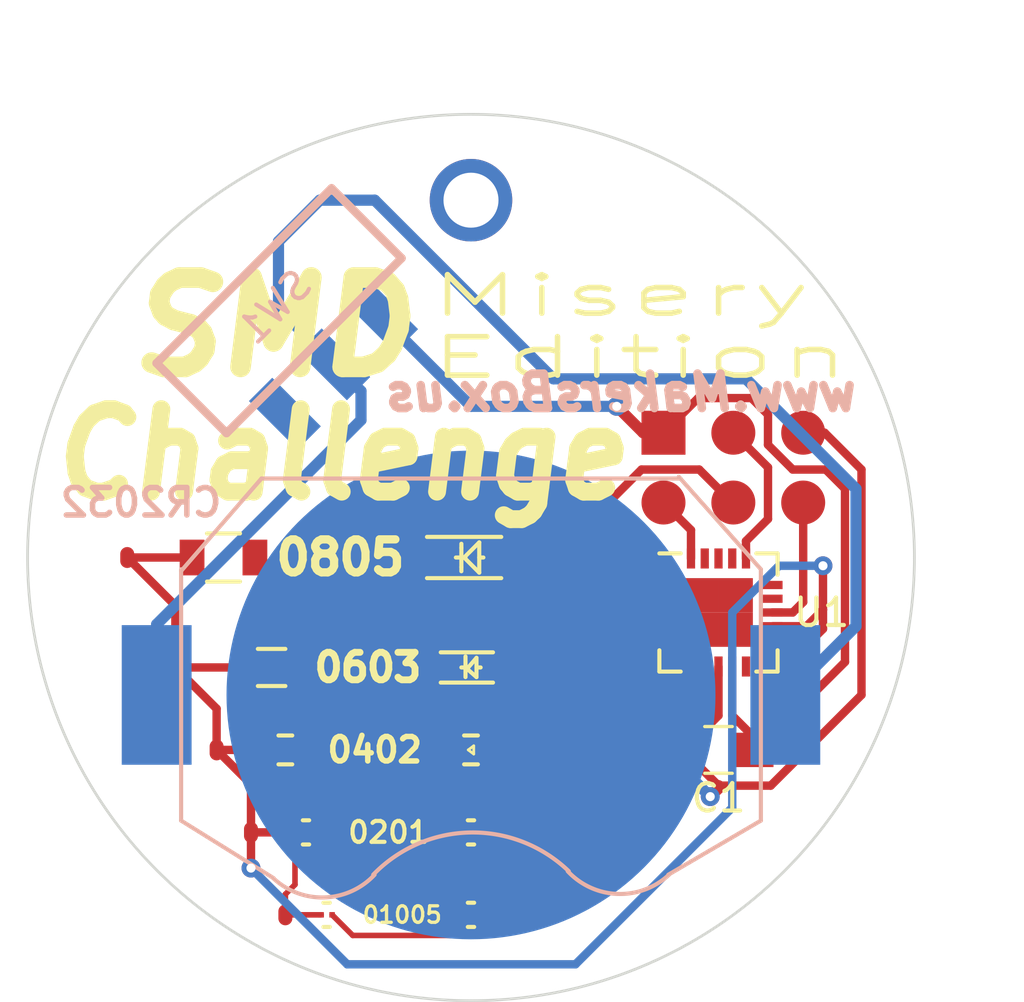
<source format=kicad_pcb>
(kicad_pcb (version 4) (host pcbnew 4.0.7)

  (general
    (links 38)
    (no_connects 0)
    (area 145.692999 72.814347 182.947001 109.424516)
    (thickness 1.6)
    (drawings 15)
    (tracks 134)
    (zones 0)
    (modules 26)
    (nets 22)
  )

  (page USLetter)
  (layers
    (0 F.Cu signal)
    (31 B.Cu signal)
    (34 B.Paste user)
    (35 F.Paste user)
    (36 B.SilkS user)
    (37 F.SilkS user)
    (38 B.Mask user)
    (39 F.Mask user)
    (40 Dwgs.User user)
    (44 Edge.Cuts user)
  )

  (setup
    (last_trace_width 0.1524)
    (user_trace_width 0.2032)
    (user_trace_width 0.254)
    (user_trace_width 0.3048)
    (user_trace_width 0.4064)
    (user_trace_width 0.6096)
    (user_trace_width 2.032)
    (trace_clearance 0.1524)
    (zone_clearance 0.508)
    (zone_45_only no)
    (trace_min 0.1524)
    (segment_width 0.254)
    (edge_width 0.1)
    (via_size 0.6858)
    (via_drill 0.3302)
    (via_min_size 0.6858)
    (via_min_drill 0.3302)
    (user_via 1 0.5)
    (uvia_size 0.762)
    (uvia_drill 0.508)
    (uvias_allowed no)
    (uvia_min_size 0.508)
    (uvia_min_drill 0.127)
    (pcb_text_width 0.3)
    (pcb_text_size 1.5 1.5)
    (mod_edge_width 0.15)
    (mod_text_size 1 1)
    (mod_text_width 0.15)
    (pad_size 3 3)
    (pad_drill 2)
    (pad_to_mask_clearance 0)
    (aux_axis_origin 0 0)
    (grid_origin 210.82 95.25)
    (visible_elements 7FFFFFFF)
    (pcbplotparams
      (layerselection 0x010f0_80000000)
      (usegerberextensions true)
      (excludeedgelayer true)
      (linewidth 0.100000)
      (plotframeref false)
      (viasonmask false)
      (mode 1)
      (useauxorigin false)
      (hpglpennumber 1)
      (hpglpenspeed 20)
      (hpglpendiameter 15)
      (hpglpenoverlay 2)
      (psnegative false)
      (psa4output false)
      (plotreference true)
      (plotvalue true)
      (plotinvisibletext false)
      (padsonsilk false)
      (subtractmaskfromsilk false)
      (outputformat 1)
      (mirror false)
      (drillshape 0)
      (scaleselection 1)
      (outputdirectory gerbers/))
  )

  (net 0 "")
  (net 1 GND)
  (net 2 +BATT)
  (net 3 "Net-(CON1-Pad1)")
  (net 4 "Net-(CON1-Pad3)")
  (net 5 "Net-(CON1-Pad4)")
  (net 6 "Net-(CON1-Pad5)")
  (net 7 "Net-(D1-Pad1)")
  (net 8 "Net-(D2-Pad1)")
  (net 9 "Net-(D3-Pad1)")
  (net 10 "Net-(D0-Pad1)")
  (net 11 "Net-(D3-Pad2)")
  (net 12 "Net-(D4-Pad2)")
  (net 13 "Net-(D4-Pad1)")
  (net 14 "Net-(P5-Pad1)")
  (net 15 "Net-(PG0-Pad1)")
  (net 16 "Net-(U1-Pad14)")
  (net 17 "Net-(U1-Pad15)")
  (net 18 "Net-(D1-Pad2)")
  (net 19 "Net-(D2-Pad2)")
  (net 20 "Net-(BT1-Pad1)")
  (net 21 "Net-(SW1-Pad1)")

  (net_class Default "This is the default net class."
    (clearance 0.1524)
    (trace_width 0.1524)
    (via_dia 0.6858)
    (via_drill 0.3302)
    (uvia_dia 0.762)
    (uvia_drill 0.508)
    (add_net +BATT)
    (add_net GND)
    (add_net "Net-(BT1-Pad1)")
    (add_net "Net-(CON1-Pad1)")
    (add_net "Net-(CON1-Pad3)")
    (add_net "Net-(CON1-Pad4)")
    (add_net "Net-(CON1-Pad5)")
    (add_net "Net-(D0-Pad1)")
    (add_net "Net-(D1-Pad1)")
    (add_net "Net-(D1-Pad2)")
    (add_net "Net-(D2-Pad1)")
    (add_net "Net-(D2-Pad2)")
    (add_net "Net-(D3-Pad1)")
    (add_net "Net-(D3-Pad2)")
    (add_net "Net-(D4-Pad1)")
    (add_net "Net-(D4-Pad2)")
    (add_net "Net-(P5-Pad1)")
    (add_net "Net-(PG0-Pad1)")
    (add_net "Net-(SW1-Pad1)")
    (add_net "Net-(U1-Pad14)")
    (add_net "Net-(U1-Pad15)")
  )

  (module footprints:BATT_CR2032_SMD (layer B.Cu) (tedit 56CFB5D2) (tstamp 5A2CB063)
    (at 162.82 98.25 180)
    (tags battery)
    (path /56CFA61E)
    (fp_text reference BT1 (at 0 -5.08 180) (layer B.SilkS) hide
      (effects (font (size 1.72974 1.08712) (thickness 0.27178)) (justify mirror))
    )
    (fp_text value Battery (at 0 2.54 180) (layer B.SilkS) hide
      (effects (font (size 1.524 1.016) (thickness 0.254)) (justify mirror))
    )
    (fp_line (start -7.1755 -6.5405) (end -10.541 -4.572) (layer B.SilkS) (width 0.15))
    (fp_line (start 7.1755 -6.6675) (end 10.541 -4.572) (layer B.SilkS) (width 0.15))
    (fp_arc (start -5.4229 -4.6355) (end -3.5179 -6.4135) (angle -90) (layer B.SilkS) (width 0.15))
    (fp_arc (start 5.4102 -4.7625) (end 7.1882 -6.6675) (angle -90) (layer B.SilkS) (width 0.15))
    (fp_arc (start -0.0635 -10.033) (end -3.556 -6.4135) (angle -90) (layer B.SilkS) (width 0.15))
    (fp_line (start 7.62 7.874) (end 10.541 4.5085) (layer B.SilkS) (width 0.15))
    (fp_line (start -10.541 4.572) (end -7.5565 7.9375) (layer B.SilkS) (width 0.15))
    (fp_line (start -7.62 7.874) (end 7.62 7.874) (layer B.SilkS) (width 0.15))
    (fp_line (start -10.541 -4.572) (end -10.541 4.572) (layer B.SilkS) (width 0.15))
    (fp_line (start 10.541 -4.572) (end 10.541 4.572) (layer B.SilkS) (width 0.15))
    (fp_circle (center 0 0) (end -10.16 0) (layer Dwgs.User) (width 0.15))
    (pad 2 smd circle (at 0 0 180) (size 17.78 17.78) (layers B.Cu B.Paste B.Mask)
      (net 1 GND))
    (pad 1 smd rect (at -11.43 0 180) (size 2.54 5.08) (layers B.Cu B.Paste B.Mask)
      (net 20 "Net-(BT1-Pad1)"))
    (pad 1 smd rect (at 11.43 0 180) (size 2.54 5.08) (layers B.Cu B.Paste B.Mask)
      (net 20 "Net-(BT1-Pad1)"))
  )

  (module footprints:AVR-ISP-6 (layer F.Cu) (tedit 5860A6AE) (tstamp 5A2CB07F)
    (at 169.82 91.25 90)
    (descr "6-lead dip package, row spacing 7.62 mm (300 mils)")
    (tags "dil dip 2.54 300")
    (path /58609061)
    (fp_text reference CON1 (at 0 -2.54 90) (layer F.SilkS) hide
      (effects (font (size 1 1) (thickness 0.15)))
    )
    (fp_text value AVR-ISP-6 (at 0 -3.72 90) (layer F.Fab) hide
      (effects (font (size 1 1) (thickness 0.15)))
    )
    (pad 1 smd oval (at 0 0 90) (size 1.6 1.6) (layers F.Cu F.Paste F.Mask)
      (net 3 "Net-(CON1-Pad1)"))
    (pad 2 smd rect (at 2.54 0 90) (size 1.6 1.6) (layers F.Cu F.Paste F.Mask)
      (net 2 +BATT))
    (pad 3 smd oval (at 0 2.54 90) (size 1.6 1.6) (layers F.Cu F.Paste F.Mask)
      (net 4 "Net-(CON1-Pad3)"))
    (pad 4 smd oval (at 2.54 2.54 90) (size 1.6 1.6) (layers F.Cu F.Paste F.Mask)
      (net 5 "Net-(CON1-Pad4)"))
    (pad 5 smd oval (at 0 5.08 90) (size 1.6 1.6) (layers F.Cu F.Paste F.Mask)
      (net 6 "Net-(CON1-Pad5)"))
    (pad 6 smd oval (at 2.54 5.08 90) (size 1.6 1.6) (layers F.Cu F.Paste F.Mask)
      (net 1 GND))
  )

  (module footprints:testPad (layer F.Cu) (tedit 5A71576D) (tstamp 5A2CB100)
    (at 165.82 93.25)
    (descr "module 1 pin (ou trou mecanique de percage)")
    (tags DEV)
    (path /5902B2A3)
    (fp_text reference P0 (at -1.27 0.175) (layer F.SilkS) hide
      (effects (font (size 0.635 0.635) (thickness 0.127)))
    )
    (fp_text value CONN_01X01 (at 0 0) (layer F.Fab)
      (effects (font (size 0.127 0.127) (thickness 0.03175)))
    )
    (pad 1 smd oval (at 0 0) (size 0.508 0.762) (layers F.Cu F.Paste F.Mask)
      (net 4 "Net-(CON1-Pad3)"))
  )

  (module footprints:testPad (layer F.Cu) (tedit 5902BD57) (tstamp 5A2CB104)
    (at 165.82 97.25)
    (descr "module 1 pin (ou trou mecanique de percage)")
    (tags DEV)
    (path /5902B324)
    (fp_text reference P1 (at -0.0635 0) (layer F.SilkS) hide
      (effects (font (size 0.635 0.635) (thickness 0.127)))
    )
    (fp_text value CONN_01X01 (at 0 0) (layer F.Fab)
      (effects (font (size 0.127 0.127) (thickness 0.03175)))
    )
    (pad 1 smd oval (at 0 0) (size 0.508 0.762) (layers F.Cu F.Paste F.Mask)
      (net 18 "Net-(D1-Pad2)"))
  )

  (module footprints:testPad (layer F.Cu) (tedit 5A715F16) (tstamp 5A2CB108)
    (at 165.57 100.25)
    (descr "module 1 pin (ou trou mecanique de percage)")
    (tags DEV)
    (path /5902B382)
    (fp_text reference P2 (at -0.25 0) (layer F.SilkS) hide
      (effects (font (size 0.635 0.635) (thickness 0.127)))
    )
    (fp_text value CONN_01X01 (at 0 0) (layer F.Fab)
      (effects (font (size 0.127 0.127) (thickness 0.03175)))
    )
    (pad 1 smd oval (at 0 0) (size 0.508 0.762) (layers F.Cu F.Paste F.Mask)
      (net 19 "Net-(D2-Pad2)"))
  )

  (module footprints:testPad (layer F.Cu) (tedit 5A71575C) (tstamp 5A2CB10C)
    (at 165.32 103.25)
    (descr "module 1 pin (ou trou mecanique de percage)")
    (tags DEV)
    (path /5902B3ED)
    (fp_text reference P3 (at 0 0.65) (layer F.SilkS) hide
      (effects (font (size 0.635 0.635) (thickness 0.127)))
    )
    (fp_text value CONN_01X01 (at 0 0) (layer F.Fab)
      (effects (font (size 0.127 0.127) (thickness 0.03175)))
    )
    (pad 1 smd oval (at 0 0) (size 0.508 0.762) (layers F.Cu F.Paste F.Mask)
      (net 11 "Net-(D3-Pad2)"))
  )

  (module footprints:testPad (layer F.Cu) (tedit 5902BD57) (tstamp 5A2CB110)
    (at 165.07 106.25)
    (descr "module 1 pin (ou trou mecanique de percage)")
    (tags DEV)
    (path /5902B44F)
    (fp_text reference P4 (at -0.0635 0) (layer F.SilkS) hide
      (effects (font (size 0.635 0.635) (thickness 0.127)))
    )
    (fp_text value CONN_01X01 (at 0 0) (layer F.Fab)
      (effects (font (size 0.127 0.127) (thickness 0.03175)))
    )
    (pad 1 smd oval (at 0 0) (size 0.508 0.762) (layers F.Cu F.Paste F.Mask)
      (net 12 "Net-(D4-Pad2)"))
  )

  (module footprints:testPad (layer F.Cu) (tedit 5902BD57) (tstamp 5A2CB114)
    (at 150.32 93.25)
    (descr "module 1 pin (ou trou mecanique de percage)")
    (tags DEV)
    (path /5902AF42)
    (fp_text reference PG0 (at -0.0635 0) (layer F.SilkS) hide
      (effects (font (size 0.635 0.635) (thickness 0.127)))
    )
    (fp_text value CONN_01X01 (at 0 0) (layer F.Fab)
      (effects (font (size 0.127 0.127) (thickness 0.03175)))
    )
    (pad 1 smd oval (at 0 0) (size 0.508 0.762) (layers F.Cu F.Paste F.Mask)
      (net 15 "Net-(PG0-Pad1)"))
  )

  (module footprints:testPad (layer F.Cu) (tedit 5A715734) (tstamp 5A2CB118)
    (at 152.07 97.25)
    (descr "module 1 pin (ou trou mecanique de percage)")
    (tags DEV)
    (path /5902AFA3)
    (fp_text reference PG1 (at 2 0) (layer F.SilkS) hide
      (effects (font (size 0.635 0.635) (thickness 0.127)))
    )
    (fp_text value CONN_01X01 (at 0 0) (layer F.Fab)
      (effects (font (size 0.127 0.127) (thickness 0.03175)))
    )
    (pad 1 smd oval (at 0 0) (size 0.508 0.762) (layers F.Cu F.Paste F.Mask)
      (net 15 "Net-(PG0-Pad1)"))
  )

  (module footprints:testPad (layer F.Cu) (tedit 5A715739) (tstamp 5A2CB11C)
    (at 153.57 100.25)
    (descr "module 1 pin (ou trou mecanique de percage)")
    (tags DEV)
    (path /5902AFF0)
    (fp_text reference PG2 (at -1.078 0.19) (layer F.SilkS) hide
      (effects (font (size 0.635 0.635) (thickness 0.127)))
    )
    (fp_text value CONN_01X01 (at 0 0) (layer F.Fab)
      (effects (font (size 0.127 0.127) (thickness 0.03175)))
    )
    (pad 1 smd oval (at 0 0) (size 0.508 0.762) (layers F.Cu F.Paste F.Mask)
      (net 15 "Net-(PG0-Pad1)"))
  )

  (module footprints:testPad (layer F.Cu) (tedit 5902BD57) (tstamp 5A2CB120)
    (at 154.82 103.25)
    (descr "module 1 pin (ou trou mecanique de percage)")
    (tags DEV)
    (path /5902B040)
    (fp_text reference PG3 (at -0.0635 0) (layer F.SilkS) hide
      (effects (font (size 0.635 0.635) (thickness 0.127)))
    )
    (fp_text value CONN_01X01 (at 0 0) (layer F.Fab)
      (effects (font (size 0.127 0.127) (thickness 0.03175)))
    )
    (pad 1 smd oval (at 0 0) (size 0.508 0.762) (layers F.Cu F.Paste F.Mask)
      (net 15 "Net-(PG0-Pad1)"))
  )

  (module footprints:testPad (layer F.Cu) (tedit 5A715723) (tstamp 5A2CB124)
    (at 156.07 106.25)
    (descr "module 1 pin (ou trou mecanique de percage)")
    (tags DEV)
    (path /5902B093)
    (fp_text reference PG4 (at -2.3325 1.745) (layer F.SilkS) hide
      (effects (font (size 0.635 0.635) (thickness 0.127)))
    )
    (fp_text value CONN_01X01 (at 0 0) (layer F.Fab)
      (effects (font (size 0.127 0.127) (thickness 0.03175)))
    )
    (pad 1 smd oval (at 0 0) (size 0.508 0.762) (layers F.Cu F.Paste F.Mask)
      (net 15 "Net-(PG0-Pad1)"))
  )

  (module footprints:Pin_Header_Straight_1x01 (layer F.Cu) (tedit 5A2CB1FD) (tstamp 5A2CB193)
    (at 162.82 80.25)
    (descr "Through hole pin header")
    (tags "pin header")
    (path /5860AE9A)
    (fp_text reference P5 (at -0.6 -0.5) (layer F.SilkS) hide
      (effects (font (size 0.127 0.127) (thickness 0.03175)))
    )
    (fp_text value CONN_01X01 (at 0 0.9) (layer F.Fab)
      (effects (font (size 0.127 0.127) (thickness 0.03175)))
    )
    (pad 1 thru_hole circle (at 0 0) (size 3 3) (drill 2) (layers *.Cu *.Mask)
      (net 14 "Net-(P5-Pad1)"))
  )

  (module footprints:LED-0805 (layer F.Cu) (tedit 5A716011) (tstamp 5A71556D)
    (at 162.82 93.25)
    (descr "LED 0805 smd package")
    (tags "LED 0805 SMD")
    (path /58C49927)
    (attr smd)
    (fp_text reference D0 (at 2.2225 1.4605) (layer F.SilkS) hide
      (effects (font (size 1.2 1.2) (thickness 0.3)))
    )
    (fp_text value LED (at 0 1.75) (layer F.Fab)
      (effects (font (size 1 1) (thickness 0.15)))
    )
    (fp_line (start 0.3 0) (end 0.45 0) (layer F.SilkS) (width 0.15))
    (fp_line (start -0.55 0) (end -0.2 0) (layer F.SilkS) (width 0.15))
    (fp_line (start -0.25 0) (end 0.3 -0.55) (layer F.SilkS) (width 0.15))
    (fp_line (start 0.3 -0.55) (end 0.3 0.55) (layer F.SilkS) (width 0.15))
    (fp_line (start 0.3 0.55) (end -0.25 0) (layer F.SilkS) (width 0.15))
    (fp_line (start -0.35 -0.35) (end -0.35 -0.5) (layer F.SilkS) (width 0.15))
    (fp_line (start -0.35 0.35) (end -0.35 0.5) (layer F.SilkS) (width 0.15))
    (fp_line (start -1.6 0.75) (end 1.1 0.75) (layer F.SilkS) (width 0.15))
    (fp_line (start -1.6 -0.75) (end 1.1 -0.75) (layer F.SilkS) (width 0.15))
    (fp_line (start -0.35 -0.35) (end -0.35 0.35) (layer F.SilkS) (width 0.15))
    (fp_line (start 1.9 -0.95) (end 1.9 0.95) (layer F.CrtYd) (width 0.05))
    (fp_line (start 1.9 0.95) (end -1.9 0.95) (layer F.CrtYd) (width 0.05))
    (fp_line (start -1.9 0.95) (end -1.9 -0.95) (layer F.CrtYd) (width 0.05))
    (fp_line (start -1.9 -0.95) (end 1.9 -0.95) (layer F.CrtYd) (width 0.05))
    (pad 2 smd rect (at 1.143 0 180) (size 1.3 1.19888) (layers F.Cu F.Paste F.Mask)
      (net 4 "Net-(CON1-Pad3)"))
    (pad 1 smd rect (at -1.27 0 180) (size 1.3 1.19888) (layers F.Cu F.Paste F.Mask)
      (net 10 "Net-(D0-Pad1)"))
    (model LEDs.3dshapes/LED-0805.wrl
      (at (xyz 0 0 0))
      (scale (xyz 1 1 1))
      (rotate (xyz 0 0 0))
    )
    (model LEDs.3dshapes/LED_0805.wrl
      (at (xyz 0 0 0))
      (scale (xyz 1 1 1))
      (rotate (xyz 0 0 0))
    )
  )

  (module footprints:LED-0603 (layer F.Cu) (tedit 5A716017) (tstamp 5A715572)
    (at 162.82 97.25)
    (descr "LED 0603 smd package")
    (tags "LED led 0603 SMD smd SMT smt smdled SMDLED smtled SMTLED")
    (path /58D338E3)
    (attr smd)
    (fp_text reference D1 (at 1.778 1.0795) (layer F.SilkS) hide
      (effects (font (size 1 1) (thickness 0.25)))
    )
    (fp_text value LED (at 0 1.5) (layer F.Fab)
      (effects (font (size 1 1) (thickness 0.15)))
    )
    (fp_line (start 0.2 0) (end 0.35 0) (layer F.SilkS) (width 0.15))
    (fp_line (start -0.35 0) (end -0.15 0) (layer F.SilkS) (width 0.15))
    (fp_line (start -0.1 0) (end 0.2 -0.35) (layer F.SilkS) (width 0.15))
    (fp_line (start 0.2 -0.35) (end 0.2 0.35) (layer F.SilkS) (width 0.15))
    (fp_line (start 0.2 0.35) (end -0.2 0) (layer F.SilkS) (width 0.15))
    (fp_line (start -0.2 0) (end -0.15 0) (layer F.SilkS) (width 0.15))
    (fp_line (start -0.2 -0.4) (end -0.2 0.35) (layer F.SilkS) (width 0.15))
    (fp_line (start -1.1 0.55) (end 0.8 0.55) (layer F.SilkS) (width 0.15))
    (fp_line (start -1.1 -0.55) (end 0.8 -0.55) (layer F.SilkS) (width 0.15))
    (fp_line (start 1.4 -0.75) (end 1.4 0.75) (layer F.CrtYd) (width 0.05))
    (fp_line (start 1.4 0.75) (end -1.4 0.75) (layer F.CrtYd) (width 0.05))
    (fp_line (start -1.4 0.75) (end -1.4 -0.75) (layer F.CrtYd) (width 0.05))
    (fp_line (start -1.4 -0.75) (end 1.4 -0.75) (layer F.CrtYd) (width 0.05))
    (pad 2 smd rect (at 0.889 0 180) (size 1 0.79756) (layers F.Cu F.Paste F.Mask)
      (net 18 "Net-(D1-Pad2)"))
    (pad 1 smd rect (at -0.889 0 180) (size 1 0.79756) (layers F.Cu F.Paste F.Mask)
      (net 7 "Net-(D1-Pad1)"))
    (model LEDs.3dshapes/LED_0603.wrl
      (at (xyz 0 0 0))
      (scale (xyz 1 1 1))
      (rotate (xyz 0 0 0))
    )
  )

  (module footprints:LED_0402 (layer F.Cu) (tedit 5A71601D) (tstamp 5A715577)
    (at 162.82 100.25)
    (descr "Resistor SMD 0402, reflow soldering, Vishay (see dcrcw.pdf)")
    (tags "resistor 0402")
    (path /58D33940)
    (attr smd)
    (fp_text reference D2 (at 1.3 1) (layer F.SilkS) hide
      (effects (font (size 0.8 0.8) (thickness 0.2)))
    )
    (fp_text value LED (at 0 1.8) (layer F.Fab)
      (effects (font (size 1 1) (thickness 0.15)))
    )
    (fp_line (start 0.1 0.15) (end 0.1 -0.15) (layer F.SilkS) (width 0.1))
    (fp_line (start -0.1 0) (end 0.1 0.15) (layer F.SilkS) (width 0.1))
    (fp_line (start -0.1 0) (end 0.1 -0.15) (layer F.SilkS) (width 0.1))
    (fp_line (start -0.95 -0.65) (end 0.95 -0.65) (layer F.CrtYd) (width 0.05))
    (fp_line (start -0.95 0.65) (end 0.95 0.65) (layer F.CrtYd) (width 0.05))
    (fp_line (start -0.95 -0.65) (end -0.95 0.65) (layer F.CrtYd) (width 0.05))
    (fp_line (start 0.95 -0.65) (end 0.95 0.65) (layer F.CrtYd) (width 0.05))
    (fp_line (start 0.25 -0.525) (end -0.25 -0.525) (layer F.SilkS) (width 0.15))
    (fp_line (start -0.25 0.525) (end 0.25 0.525) (layer F.SilkS) (width 0.15))
    (pad 1 smd rect (at -0.5 0) (size 0.7 0.6) (layers F.Cu F.Paste F.Mask)
      (net 8 "Net-(D2-Pad1)"))
    (pad 2 smd rect (at 0.5 0) (size 0.7 0.6) (layers F.Cu F.Paste F.Mask)
      (net 19 "Net-(D2-Pad2)"))
    (model Resistors_SMD.3dshapes/R_0402.wrl
      (at (xyz 0 0 0))
      (scale (xyz 1 1 1))
      (rotate (xyz 0 0 0))
    )
  )

  (module footprints:LED_0201 (layer F.Cu) (tedit 5A716024) (tstamp 5A71557C)
    (at 162.82 103.25)
    (descr "Resistor SMD 0201, reflow soldering, Vishay (see crcw0201e3.pdf)")
    (tags "resistor 0201")
    (path /58D34030)
    (attr smd)
    (fp_text reference D3 (at 1.016 0.889) (layer F.SilkS) hide
      (effects (font (size 0.7 0.7) (thickness 0.175)))
    )
    (fp_text value LED (at 0 1.7) (layer F.Fab)
      (effects (font (size 1 1) (thickness 0.15)))
    )
    (fp_line (start -0.325 0.175) (end -0.325 -0.175) (layer F.CrtYd) (width 0.05))
    (fp_line (start -0.325 0.175) (end 0.325 0.175) (layer F.CrtYd) (width 0.05))
    (fp_line (start 0.325 0.175) (end 0.325 -0.175) (layer F.CrtYd) (width 0.05))
    (fp_line (start -0.325 -0.175) (end 0.325 -0.175) (layer F.CrtYd) (width 0.05))
    (fp_line (start 0.115 -0.44) (end -0.115 -0.44) (layer F.SilkS) (width 0.15))
    (fp_line (start -0.115 0.44) (end 0.115 0.44) (layer F.SilkS) (width 0.15))
    (pad 1 smd rect (at -0.3 0) (size 0.4 0.4) (layers F.Cu F.Paste F.Mask)
      (net 9 "Net-(D3-Pad1)"))
    (pad 2 smd rect (at 0.3 0) (size 0.4 0.4) (layers F.Cu F.Paste F.Mask)
      (net 11 "Net-(D3-Pad2)"))
    (model Resistors_SMD.3dshapes/R_0201.wrl
      (at (xyz 0 0 0))
      (scale (xyz 1 1 1))
      (rotate (xyz 0 0 0))
    )
  )

  (module footprints:LED_0201 (layer F.Cu) (tedit 5A71602F) (tstamp 5A715581)
    (at 162.82 106.25)
    (descr "Resistor SMD 0201, reflow soldering, Vishay (see crcw0201e3.pdf)")
    (tags "resistor 0201")
    (path /58DDCAFF)
    (attr smd)
    (fp_text reference D4 (at 1.016 0.889) (layer F.SilkS) hide
      (effects (font (size 0.6 0.6) (thickness 0.15)))
    )
    (fp_text value LED (at 0 1.7) (layer F.Fab)
      (effects (font (size 1 1) (thickness 0.15)))
    )
    (fp_line (start -0.325 0.175) (end -0.325 -0.175) (layer F.CrtYd) (width 0.05))
    (fp_line (start -0.325 0.175) (end 0.325 0.175) (layer F.CrtYd) (width 0.05))
    (fp_line (start 0.325 0.175) (end 0.325 -0.175) (layer F.CrtYd) (width 0.05))
    (fp_line (start -0.325 -0.175) (end 0.325 -0.175) (layer F.CrtYd) (width 0.05))
    (fp_line (start 0.115 -0.44) (end -0.115 -0.44) (layer F.SilkS) (width 0.15))
    (fp_line (start -0.115 0.44) (end 0.115 0.44) (layer F.SilkS) (width 0.15))
    (pad 1 smd rect (at -0.3 0) (size 0.4 0.4) (layers F.Cu F.Paste F.Mask)
      (net 13 "Net-(D4-Pad1)"))
    (pad 2 smd rect (at 0.3 0) (size 0.4 0.4) (layers F.Cu F.Paste F.Mask)
      (net 12 "Net-(D4-Pad2)"))
    (model Resistors_SMD.3dshapes/R_0201.wrl
      (at (xyz 0 0 0))
      (scale (xyz 1 1 1))
      (rotate (xyz 0 0 0))
    )
  )

  (module footprints:R_0805 (layer F.Cu) (tedit 58DFDC5C) (tstamp 5A715586)
    (at 153.82 93.25 180)
    (descr "Resistor SMD 0805, reflow soldering, Vishay (see dcrcw.pdf)")
    (tags "resistor 0805")
    (path /56CEB2B5)
    (attr smd)
    (fp_text reference R0 (at 0 0 180) (layer F.SilkS) hide
      (effects (font (size 1 1) (thickness 0.15)))
    )
    (fp_text value 330 (at 0 2.1 180) (layer F.Fab)
      (effects (font (size 1 1) (thickness 0.15)))
    )
    (fp_line (start -1.6 -1) (end 1.6 -1) (layer F.CrtYd) (width 0.05))
    (fp_line (start -1.6 1) (end 1.6 1) (layer F.CrtYd) (width 0.05))
    (fp_line (start -1.6 -1) (end -1.6 1) (layer F.CrtYd) (width 0.05))
    (fp_line (start 1.6 -1) (end 1.6 1) (layer F.CrtYd) (width 0.05))
    (fp_line (start 0.6 0.875) (end -0.6 0.875) (layer F.SilkS) (width 0.15))
    (fp_line (start -0.6 -0.875) (end 0.6 -0.875) (layer F.SilkS) (width 0.15))
    (pad 1 smd rect (at -1.143 0 180) (size 0.9 1.3) (layers F.Cu F.Paste F.Mask)
      (net 10 "Net-(D0-Pad1)"))
    (pad 2 smd rect (at 1.143 0 180) (size 0.9 1.3) (layers F.Cu F.Paste F.Mask)
      (net 15 "Net-(PG0-Pad1)"))
    (model Resistors_SMD.3dshapes/R_0805.wrl
      (at (xyz 0 0 0))
      (scale (xyz 1 1 1))
      (rotate (xyz 0 0 0))
    )
  )

  (module footprints:R_0603 (layer F.Cu) (tedit 5902A5F6) (tstamp 5A71558B)
    (at 155.57 97.25 180)
    (descr "Resistor SMD 0603, reflow soldering, Vishay (see dcrcw.pdf)")
    (tags "resistor 0603")
    (path /58D3397B)
    (attr smd)
    (fp_text reference R1 (at 0 0 180) (layer F.SilkS) hide
      (effects (font (size 1 1) (thickness 0.15)))
    )
    (fp_text value 330 (at 0 1.9 180) (layer F.Fab)
      (effects (font (size 1 1) (thickness 0.15)))
    )
    (fp_line (start -1.3 -0.8) (end 1.3 -0.8) (layer F.CrtYd) (width 0.05))
    (fp_line (start -1.3 0.8) (end 1.3 0.8) (layer F.CrtYd) (width 0.05))
    (fp_line (start -1.3 -0.8) (end -1.3 0.8) (layer F.CrtYd) (width 0.05))
    (fp_line (start 1.3 -0.8) (end 1.3 0.8) (layer F.CrtYd) (width 0.05))
    (fp_line (start 0.5 0.675) (end -0.5 0.675) (layer F.SilkS) (width 0.15))
    (fp_line (start -0.5 -0.675) (end 0.5 -0.675) (layer F.SilkS) (width 0.15))
    (pad 1 smd rect (at -0.889 0 180) (size 0.7 0.9) (layers F.Cu F.Paste F.Mask)
      (net 7 "Net-(D1-Pad1)"))
    (pad 2 smd rect (at 1.016 0 180) (size 0.7 0.9) (layers F.Cu F.Paste F.Mask)
      (net 15 "Net-(PG0-Pad1)"))
    (model Resistors_SMD.3dshapes/R_0603.wrl
      (at (xyz 0 0 0))
      (scale (xyz 1 1 1))
      (rotate (xyz 0 0 0))
    )
  )

  (module footprints:R_0402 (layer F.Cu) (tedit 58DFDC4A) (tstamp 5A715590)
    (at 156.07 100.25 180)
    (descr "Resistor SMD 0402, reflow soldering, Vishay (see dcrcw.pdf)")
    (tags "resistor 0402")
    (path /58D339BB)
    (attr smd)
    (fp_text reference R2 (at 0 0 180) (layer Dwgs.User) hide
      (effects (font (size 1 1) (thickness 0.15)))
    )
    (fp_text value 330 (at 0 1.8 180) (layer F.Fab)
      (effects (font (size 1 1) (thickness 0.15)))
    )
    (fp_line (start -0.95 -0.65) (end 0.95 -0.65) (layer F.CrtYd) (width 0.05))
    (fp_line (start -0.95 0.65) (end 0.95 0.65) (layer F.CrtYd) (width 0.05))
    (fp_line (start -0.95 -0.65) (end -0.95 0.65) (layer F.CrtYd) (width 0.05))
    (fp_line (start 0.95 -0.65) (end 0.95 0.65) (layer F.CrtYd) (width 0.05))
    (fp_line (start 0.25 -0.525) (end -0.25 -0.525) (layer F.SilkS) (width 0.15))
    (fp_line (start -0.25 0.525) (end 0.25 0.525) (layer F.SilkS) (width 0.15))
    (pad 1 smd rect (at -0.4 0 180) (size 0.6 0.6) (layers F.Cu F.Paste F.Mask)
      (net 8 "Net-(D2-Pad1)"))
    (pad 2 smd rect (at 0.5 0 180) (size 0.6 0.6) (layers F.Cu F.Paste F.Mask)
      (net 15 "Net-(PG0-Pad1)"))
    (model Resistors_SMD.3dshapes/R_0402.wrl
      (at (xyz 0 0 0))
      (scale (xyz 1 1 1))
      (rotate (xyz 0 0 0))
    )
  )

  (module footprints:R_0201 (layer F.Cu) (tedit 5A2C7C82) (tstamp 5A715595)
    (at 156.82 103.25 180)
    (descr "Resistor SMD 0201, reflow soldering, Vishay (see crcw0201e3.pdf)")
    (tags "resistor 0201")
    (path /58D3406E)
    (attr smd)
    (fp_text reference R3 (at 1.397 0.762 180) (layer F.SilkS) hide
      (effects (font (size 0.762 0.762) (thickness 0.15)))
    )
    (fp_text value 330 (at 0 1.7 180) (layer F.Fab)
      (effects (font (size 1 1) (thickness 0.15)))
    )
    (fp_line (start 0.35 -0.175) (end 0.35 0.175) (layer F.CrtYd) (width 0.05))
    (fp_line (start -0.325 -0.25) (end 0.325 -0.25) (layer F.CrtYd) (width 0.05))
    (fp_line (start -0.325 0.25) (end 0.325 0.25) (layer F.CrtYd) (width 0.05))
    (fp_line (start -0.35 -0.175) (end -0.35 0.175) (layer F.CrtYd) (width 0.05))
    (fp_line (start 0.115 -0.44) (end -0.115 -0.44) (layer F.SilkS) (width 0.15))
    (fp_line (start -0.115 0.44) (end 0.115 0.44) (layer F.SilkS) (width 0.15))
    (pad 1 smd rect (at -0.4 0 180) (size 0.45 0.43) (layers F.Cu F.Paste F.Mask)
      (net 9 "Net-(D3-Pad1)"))
    (pad 2 smd rect (at 0.4 0 180) (size 0.45 0.43) (layers F.Cu F.Paste F.Mask)
      (net 15 "Net-(PG0-Pad1)"))
    (model Resistors_SMD.3dshapes/R_0201.wrl
      (at (xyz 0 0 0))
      (scale (xyz 1 1 1))
      (rotate (xyz 0 0 0))
    )
  )

  (module footprints:C_0805_HandSoldering (layer F.Cu) (tedit 58AA84A8) (tstamp 5A8280A3)
    (at 171.82 100.25 180)
    (descr "Capacitor SMD 0805, hand soldering")
    (tags "capacitor 0805")
    (path /553FDF53)
    (attr smd)
    (fp_text reference C1 (at 0 -1.75 180) (layer F.SilkS)
      (effects (font (size 1 1) (thickness 0.15)))
    )
    (fp_text value "0.1 uF" (at 0 1.75 180) (layer F.Fab)
      (effects (font (size 1 1) (thickness 0.15)))
    )
    (fp_text user %R (at 0 -1.75 180) (layer F.Fab)
      (effects (font (size 1 1) (thickness 0.15)))
    )
    (fp_line (start -1 0.62) (end -1 -0.62) (layer F.Fab) (width 0.1))
    (fp_line (start 1 0.62) (end -1 0.62) (layer F.Fab) (width 0.1))
    (fp_line (start 1 -0.62) (end 1 0.62) (layer F.Fab) (width 0.1))
    (fp_line (start -1 -0.62) (end 1 -0.62) (layer F.Fab) (width 0.1))
    (fp_line (start 0.5 -0.85) (end -0.5 -0.85) (layer F.SilkS) (width 0.12))
    (fp_line (start -0.5 0.85) (end 0.5 0.85) (layer F.SilkS) (width 0.12))
    (fp_line (start -2.25 -0.88) (end 2.25 -0.88) (layer F.CrtYd) (width 0.05))
    (fp_line (start -2.25 -0.88) (end -2.25 0.87) (layer F.CrtYd) (width 0.05))
    (fp_line (start 2.25 0.87) (end 2.25 -0.88) (layer F.CrtYd) (width 0.05))
    (fp_line (start 2.25 0.87) (end -2.25 0.87) (layer F.CrtYd) (width 0.05))
    (pad 1 smd rect (at -1.25 0 180) (size 1.5 1.25) (layers F.Cu F.Paste F.Mask)
      (net 2 +BATT))
    (pad 2 smd rect (at 1.25 0 180) (size 1.5 1.25) (layers F.Cu F.Paste F.Mask)
      (net 1 GND))
    (model Capacitors_SMD.3dshapes/C_0805.wrl
      (at (xyz 0 0 0))
      (scale (xyz 1 1 1))
      (rotate (xyz 0 0 0))
    )
  )

  (module footprints:SPST_SMD (layer B.Cu) (tedit 5860A656) (tstamp 5A8280BE)
    (at 157.82 86.25 45)
    (descr "Through hole pin header")
    (tags "pin header")
    (path /5A827680)
    (fp_text reference SW1 (at 0 -3 45) (layer B.SilkS)
      (effects (font (size 1 1) (thickness 0.15)) (justify mirror))
    )
    (fp_text value SW_SPDT (at 0.1 0 45) (layer B.Fab)
      (effects (font (size 1 1) (thickness 0.15)) (justify mirror))
    )
    (fp_line (start -4.5 -4.6) (end 4.5 -4.6) (layer B.SilkS) (width 0.3048))
    (fp_line (start 4.5 -1) (end 4.5 -4.6) (layer B.SilkS) (width 0.3048))
    (fp_line (start -4.5 -1) (end -4.5 -4.6) (layer B.SilkS) (width 0.3048))
    (fp_line (start -4.5 -1) (end 4.5 -1) (layer B.SilkS) (width 0.3048))
    (fp_text user JS102011SAQN (at 0 -1.7 45) (layer B.Fab)
      (effects (font (size 0.8 0.8) (thickness 0.1)) (justify mirror))
    )
    (fp_line (start -1.75 -14.45) (end 4.3 -14.45) (layer B.CrtYd) (width 0.05))
    (pad "" np_thru_hole circle (at 3.4 -2.75 45) (size 0.9 0.9) (drill 0.9) (layers *.Cu *.Mask))
    (pad 1 smd rect (at -2.5 0 45) (size 1.2 2.5) (layers B.Cu B.Paste B.Mask)
      (net 21 "Net-(SW1-Pad1)"))
    (pad 2 smd rect (at 0.04 0 45) (size 1.2 2.5) (layers B.Cu B.Paste B.Mask)
      (net 20 "Net-(BT1-Pad1)"))
    (pad 3 smd rect (at 2.5 0 45) (size 1.2 2.5) (layers B.Cu B.Paste B.Mask)
      (net 2 +BATT))
    (pad "" np_thru_hole circle (at -3.4 -2.75 45) (size 0.9 0.9) (drill 0.9) (layers *.Cu *.Mask))
    (model Pin_Headers.3dshapes/Pin_Header_Straight_2x06.wrl
      (at (xyz 0.05 -0.25 0))
      (scale (xyz 1 1 1))
      (rotate (xyz 0 0 90))
    )
  )

  (module footprints:QFN-20-1EP_4x4mm_Pitch0.5mm (layer F.Cu) (tedit 5A715A5E) (tstamp 5A8280CC)
    (at 171.82 95.25)
    (descr "20-Lead Plastic Quad Flat, No Lead Package (ML) - 4x4x0.9 mm Body [QFN]; (see Microchip Packaging Specification 00000049BS.pdf)")
    (tags "QFN 0.5")
    (path /5A716E38)
    (attr smd)
    (fp_text reference U1 (at 3.75 0) (layer F.SilkS)
      (effects (font (size 1 1) (thickness 0.15)))
    )
    (fp_text value ATTINY84-20MU (at 0 3.33) (layer F.Fab)
      (effects (font (size 1 1) (thickness 0.15)))
    )
    (fp_line (start -1 -2) (end 2 -2) (layer F.Fab) (width 0.15))
    (fp_line (start 2 -2) (end 2 2) (layer F.Fab) (width 0.15))
    (fp_line (start 2 2) (end -2 2) (layer F.Fab) (width 0.15))
    (fp_line (start -2 2) (end -2 -1) (layer F.Fab) (width 0.15))
    (fp_line (start -2 -1) (end -1 -2) (layer F.Fab) (width 0.15))
    (fp_line (start -2.6 -2.6) (end -2.6 2.6) (layer F.CrtYd) (width 0.05))
    (fp_line (start 2.6 -2.6) (end 2.6 2.6) (layer F.CrtYd) (width 0.05))
    (fp_line (start -2.6 -2.6) (end 2.6 -2.6) (layer F.CrtYd) (width 0.05))
    (fp_line (start -2.6 2.6) (end 2.6 2.6) (layer F.CrtYd) (width 0.05))
    (fp_line (start 2.15 -2.15) (end 2.15 -1.375) (layer F.SilkS) (width 0.15))
    (fp_line (start -2.15 2.15) (end -2.15 1.375) (layer F.SilkS) (width 0.15))
    (fp_line (start 2.15 2.15) (end 2.15 1.375) (layer F.SilkS) (width 0.15))
    (fp_line (start -2.15 -2.15) (end -1.375 -2.15) (layer F.SilkS) (width 0.15))
    (fp_line (start -2.15 2.15) (end -1.375 2.15) (layer F.SilkS) (width 0.15))
    (fp_line (start 2.15 2.15) (end 1.375 2.15) (layer F.SilkS) (width 0.15))
    (fp_line (start 2.15 -2.15) (end 1.375 -2.15) (layer F.SilkS) (width 0.15))
    (pad 1 smd rect (at -1.965 -1) (size 0.73 0.3) (layers F.Cu F.Paste F.Mask)
      (net 4 "Net-(CON1-Pad3)"))
    (pad 2 smd rect (at -1.965 -0.5) (size 0.73 0.3) (layers F.Cu F.Paste F.Mask)
      (net 18 "Net-(D1-Pad2)"))
    (pad 3 smd rect (at -1.965 0) (size 0.73 0.3) (layers F.Cu F.Paste F.Mask)
      (net 19 "Net-(D2-Pad2)"))
    (pad 4 smd rect (at -1.965 0.5) (size 0.73 0.3) (layers F.Cu F.Paste F.Mask)
      (net 11 "Net-(D3-Pad2)"))
    (pad 5 smd rect (at -1.965 1) (size 0.73 0.3) (layers F.Cu F.Paste F.Mask)
      (net 12 "Net-(D4-Pad2)"))
    (pad 6 smd rect (at -1 1.965 90) (size 0.73 0.3) (layers F.Cu F.Paste F.Mask))
    (pad 7 smd rect (at -0.5 1.965 90) (size 0.73 0.3) (layers F.Cu F.Paste F.Mask))
    (pad 8 smd rect (at 0 1.965 90) (size 0.73 0.3) (layers F.Cu F.Paste F.Mask)
      (net 1 GND))
    (pad 9 smd rect (at 0.5 1.965 90) (size 0.73 0.3) (layers F.Cu F.Paste F.Mask)
      (net 2 +BATT))
    (pad 10 smd rect (at 1 1.965 90) (size 0.73 0.3) (layers F.Cu F.Paste F.Mask))
    (pad 11 smd rect (at 1.965 1) (size 0.73 0.3) (layers F.Cu F.Paste F.Mask)
      (net 15 "Net-(PG0-Pad1)"))
    (pad 12 smd rect (at 1.965 0.5) (size 0.73 0.3) (layers F.Cu F.Paste F.Mask)
      (net 15 "Net-(PG0-Pad1)"))
    (pad 13 smd rect (at 1.965 0) (size 0.73 0.3) (layers F.Cu F.Paste F.Mask)
      (net 6 "Net-(CON1-Pad5)"))
    (pad 14 smd rect (at 1.965 -0.5) (size 0.73 0.3) (layers F.Cu F.Paste F.Mask)
      (net 16 "Net-(U1-Pad14)"))
    (pad 15 smd rect (at 1.965 -1) (size 0.73 0.3) (layers F.Cu F.Paste F.Mask)
      (net 17 "Net-(U1-Pad15)"))
    (pad 16 smd rect (at 1 -1.965 90) (size 0.73 0.3) (layers F.Cu F.Paste F.Mask)
      (net 5 "Net-(CON1-Pad4)"))
    (pad 17 smd rect (at 0.5 -1.965 90) (size 0.73 0.3) (layers F.Cu F.Paste F.Mask))
    (pad 18 smd rect (at 0 -1.965 90) (size 0.73 0.3) (layers F.Cu F.Paste F.Mask))
    (pad 19 smd rect (at -0.5 -1.965 90) (size 0.73 0.3) (layers F.Cu F.Paste F.Mask))
    (pad 20 smd rect (at -1 -1.965 90) (size 0.73 0.3) (layers F.Cu F.Paste F.Mask)
      (net 3 "Net-(CON1-Pad1)"))
    (pad 21 smd rect (at 0.625 0.625) (size 1.25 1.25) (layers F.Cu F.Paste F.Mask)
      (solder_paste_margin_ratio -0.2))
    (pad 21 smd rect (at 0.625 -0.625) (size 1.25 1.25) (layers F.Cu F.Paste F.Mask)
      (solder_paste_margin_ratio -0.2))
    (pad 21 smd rect (at -0.625 0.625) (size 1.25 1.25) (layers F.Cu F.Paste F.Mask)
      (solder_paste_margin_ratio -0.2))
    (pad 21 smd rect (at -0.625 -0.625) (size 1.25 1.25) (layers F.Cu F.Paste F.Mask)
      (solder_paste_margin_ratio -0.2))
    (model ${KISYS3DMOD}/Housings_DFN_QFN.3dshapes/QFN-20-1EP_4x4mm_Pitch0.5mm.wrl
      (at (xyz 0 0 0))
      (scale (xyz 1 1 1))
      (rotate (xyz 0 0 0))
    )
  )

  (module footprints:R_01005 (layer F.Cu) (tedit 5A716555) (tstamp 5A8280B3)
    (at 157.57 106.25 180)
    (descr "Resistor SMD 0201, reflow soldering, Vishay (see crcw0201e3.pdf)")
    (tags "resistor 0201")
    (path /58DDCB43)
    (attr smd)
    (fp_text reference R4 (at 1.397 0.762 180) (layer F.SilkS) hide
      (effects (font (size 0.762 0.762) (thickness 0.15)))
    )
    (fp_text value 330 (at 0 1.7 180) (layer F.Fab)
      (effects (font (size 1 1) (thickness 0.15)))
    )
    (fp_line (start 0.35 -0.175) (end 0.35 0.175) (layer F.CrtYd) (width 0.05))
    (fp_line (start -0.325 -0.25) (end 0.325 -0.25) (layer F.CrtYd) (width 0.05))
    (fp_line (start -0.325 0.25) (end 0.325 0.25) (layer F.CrtYd) (width 0.05))
    (fp_line (start -0.35 -0.175) (end -0.35 0.175) (layer F.CrtYd) (width 0.05))
    (fp_line (start 0.115 -0.44) (end -0.115 -0.44) (layer F.SilkS) (width 0.15))
    (fp_line (start -0.115 0.44) (end 0.115 0.44) (layer F.SilkS) (width 0.15))
    (pad 1 smd rect (at -0.2 0 180) (size 0.2 0.2) (layers F.Cu F.Paste F.Mask)
      (net 13 "Net-(D4-Pad1)"))
    (pad 2 smd rect (at 0.2 0 180) (size 0.2 0.2) (layers F.Cu F.Paste F.Mask)
      (net 15 "Net-(PG0-Pad1)"))
    (model Resistors_SMD.3dshapes/R_0201.wrl
      (at (xyz 0 0 0))
      (scale (xyz 1 1 1))
      (rotate (xyz 0 0 0))
    )
  )

  (gr_text 01005 (at 160.32 106.25) (layer F.SilkS)
    (effects (font (size 0.6 0.6) (thickness 0.12)))
  )
  (gr_text "Misery\nEdition" (at 161.12 84.85) (layer F.SilkS)
    (effects (font (size 1.4 3) (thickness 0.2)) (justify left))
  )
  (gr_circle (center 162.82 93.25) (end 148.82 85.25) (layer Edge.Cuts) (width 0.1))
  (dimension 16 (width 0.3) (layer Dwgs.User)
    (gr_text "16.000 mm" (at 154.82 75.9) (layer Dwgs.User)
      (effects (font (size 1.5 1.5) (thickness 0.3)))
    )
    (feature1 (pts (xy 146.82 93.25) (xy 146.82 74.55)))
    (feature2 (pts (xy 162.82 93.25) (xy 162.82 74.55)))
    (crossbar (pts (xy 162.82 77.25) (xy 146.82 77.25)))
    (arrow1a (pts (xy 146.82 77.25) (xy 147.946504 76.663579)))
    (arrow1b (pts (xy 146.82 77.25) (xy 147.946504 77.836421)))
    (arrow2a (pts (xy 162.82 77.25) (xy 161.693496 76.663579)))
    (arrow2b (pts (xy 162.82 77.25) (xy 161.693496 77.836421)))
  )
  (gr_line (start 145.82 93.25) (end 182.82 93.25) (angle 90) (layer Dwgs.User) (width 0.254))
  (gr_line (start 162.82 109.25) (end 163.82 109.25) (angle 90) (layer Dwgs.User) (width 0.254))
  (gr_line (start 162.82 77.25) (end 162.82 109.25) (angle 90) (layer Dwgs.User) (width 0.254))
  (gr_text www.MakersBox.us (at 168.32 87.25) (layer B.SilkS)
    (effects (font (size 1.25 1.25) (thickness 0.3125) italic) (justify mirror))
  )
  (gr_text 0201 (at 159.82 103.25) (layer F.SilkS)
    (effects (font (size 0.762 0.762) (thickness 0.15)))
  )
  (gr_text Challenge (at 158.07 89.5) (layer F.SilkS)
    (effects (font (size 3 2.8) (thickness 0.65) italic))
  )
  (gr_text SMD (at 155.62 84.85) (layer F.SilkS)
    (effects (font (size 3.25 3.25) (thickness 0.75) italic))
  )
  (gr_text CR2032 (at 150.82 91.25) (layer B.SilkS)
    (effects (font (size 1 1) (thickness 0.2)) (justify mirror))
  )
  (gr_text 0402 (at 159.32 100.25) (layer F.SilkS)
    (effects (font (size 0.889 0.889) (thickness 0.2)))
  )
  (gr_text 0603 (at 159.07 97.25) (layer F.SilkS)
    (effects (font (size 1 1) (thickness 0.25)))
  )
  (gr_text 0805 (at 158.07 93.25) (layer F.SilkS)
    (effects (font (size 1.2 1.2) (thickness 0.3)))
  )

  (segment (start 171.82 101.55) (end 171.82 101.65) (width 0.4064) (layer F.Cu) (net 1))
  (segment (start 171.52 101.95) (end 167.82 98.25) (width 0.4064) (layer B.Cu) (net 1) (tstamp 5A727DE3))
  (via (at 171.52 101.95) (size 0.6858) (drill 0.3302) (layers F.Cu B.Cu) (net 1))
  (segment (start 171.82 101.65) (end 171.52 101.95) (width 0.4064) (layer F.Cu) (net 1) (tstamp 5A727DDD))
  (segment (start 167.82 98.25) (end 162.82 98.25) (width 0.4064) (layer B.Cu) (net 1) (tstamp 5A727DE4))
  (segment (start 170.57 100.25) (end 170.57 100.3) (width 0.3048) (layer F.Cu) (net 1))
  (segment (start 170.57 100.3) (end 171.82 101.55) (width 0.3048) (layer F.Cu) (net 1) (tstamp 5A727490))
  (segment (start 177.02 90.05) (end 175.68 88.71) (width 0.3048) (layer F.Cu) (net 1) (tstamp 5A727498))
  (segment (start 177.02 98.25) (end 177.02 90.05) (width 0.3048) (layer F.Cu) (net 1) (tstamp 5A727496))
  (segment (start 173.72 101.55) (end 177.02 98.25) (width 0.3048) (layer F.Cu) (net 1) (tstamp 5A727494))
  (segment (start 171.82 101.55) (end 173.72 101.55) (width 0.3048) (layer F.Cu) (net 1) (tstamp 5A727492))
  (segment (start 175.68 88.71) (end 174.9 88.71) (width 0.3048) (layer F.Cu) (net 1) (tstamp 5A72749C))
  (segment (start 171.82 97.215) (end 171.82 99) (width 0.3048) (layer F.Cu) (net 1))
  (segment (start 171.82 99) (end 170.57 100.25) (width 0.3048) (layer F.Cu) (net 1) (tstamp 5A7272D0))
  (segment (start 169.82 88.71) (end 169.08 88.71) (width 0.4064) (layer F.Cu) (net 2))
  (segment (start 169.08 88.71) (end 168.12 87.75) (width 0.4064) (layer F.Cu) (net 2) (tstamp 5A727D88))
  (segment (start 173.07 100.25) (end 173.22 100.25) (width 0.3048) (layer F.Cu) (net 2))
  (segment (start 173.22 100.25) (end 176.42 97.05) (width 0.3048) (layer F.Cu) (net 2) (tstamp 5A727469))
  (segment (start 171.08 87.45) (end 169.82 88.71) (width 0.3048) (layer F.Cu) (net 2) (tstamp 5A727482))
  (segment (start 173.02 87.45) (end 171.08 87.45) (width 0.3048) (layer F.Cu) (net 2) (tstamp 5A72747F))
  (segment (start 173.62 88.05) (end 173.02 87.45) (width 0.3048) (layer F.Cu) (net 2) (tstamp 5A72747C))
  (segment (start 173.62 89.15) (end 173.62 88.05) (width 0.3048) (layer F.Cu) (net 2) (tstamp 5A727479))
  (segment (start 174.52 90.05) (end 173.62 89.15) (width 0.3048) (layer F.Cu) (net 2) (tstamp 5A727476))
  (segment (start 175.72 90.05) (end 174.52 90.05) (width 0.3048) (layer F.Cu) (net 2) (tstamp 5A727473))
  (segment (start 176.42 90.75) (end 175.72 90.05) (width 0.3048) (layer F.Cu) (net 2) (tstamp 5A727472))
  (segment (start 176.42 97.05) (end 176.42 90.75) (width 0.3048) (layer F.Cu) (net 2) (tstamp 5A72746D))
  (segment (start 172.32 97.215) (end 172.32 99) (width 0.3048) (layer F.Cu) (net 2))
  (segment (start 172.32 99) (end 173.07 99.75) (width 0.3048) (layer F.Cu) (net 2) (tstamp 5A7272D6))
  (segment (start 173.07 99.75) (end 173.07 100.25) (width 0.3048) (layer F.Cu) (net 2) (tstamp 5A7272DA))
  (via (at 168.12 87.75) (size 0.6858) (drill 0.3302) (layers F.Cu B.Cu) (net 2))
  (segment (start 159.587767 84.482233) (end 159.587767 84.517767) (width 0.4064) (layer B.Cu) (net 2))
  (segment (start 159.587767 84.517767) (end 162.82 87.75) (width 0.4064) (layer B.Cu) (net 2) (tstamp 5A827DD0))
  (segment (start 162.82 87.75) (end 168.12 87.75) (width 0.4064) (layer B.Cu) (net 2) (tstamp 5A827DD1))
  (segment (start 170.82 93.285) (end 170.82 92.25) (width 0.3048) (layer F.Cu) (net 3))
  (segment (start 170.82 92.25) (end 169.82 91.25) (width 0.3048) (layer F.Cu) (net 3) (tstamp 5A727383))
  (segment (start 172.36 91.25) (end 172.32 91.25) (width 0.3048) (layer F.Cu) (net 4))
  (segment (start 172.32 91.25) (end 171.12 90.05) (width 0.3048) (layer F.Cu) (net 4) (tstamp 5A7273A5))
  (segment (start 171.12 90.05) (end 169.02 90.05) (width 0.3048) (layer F.Cu) (net 4) (tstamp 5A7273A7))
  (segment (start 169.02 90.05) (end 167.32 91.75) (width 0.3048) (layer F.Cu) (net 4) (tstamp 5A7273A9))
  (segment (start 167.32 91.75) (end 167.32 93.25) (width 0.3048) (layer F.Cu) (net 4) (tstamp 5A7273B1))
  (segment (start 165.82 93.25) (end 163.963 93.25) (width 0.3048) (layer F.Cu) (net 4))
  (segment (start 169.855 94.25) (end 168.32 94.25) (width 0.3048) (layer F.Cu) (net 4))
  (segment (start 167.32 93.25) (end 165.82 93.25) (width 0.3048) (layer F.Cu) (net 4) (tstamp 5A727121))
  (segment (start 168.32 94.25) (end 167.32 93.25) (width 0.3048) (layer F.Cu) (net 4) (tstamp 5A72711F))
  (segment (start 172.82 93.285) (end 172.82 92.65) (width 0.3048) (layer F.Cu) (net 5))
  (segment (start 173.62 89.97) (end 172.36 88.71) (width 0.3048) (layer F.Cu) (net 5) (tstamp 5A7273C2))
  (segment (start 173.62 91.85) (end 173.62 89.97) (width 0.3048) (layer F.Cu) (net 5) (tstamp 5A7273C0))
  (segment (start 172.82 92.65) (end 173.62 91.85) (width 0.3048) (layer F.Cu) (net 5) (tstamp 5A7273BD))
  (segment (start 173.785 95.25) (end 174.52 95.25) (width 0.3048) (layer F.Cu) (net 6))
  (segment (start 174.9 94.87) (end 174.9 91.25) (width 0.3048) (layer F.Cu) (net 6) (tstamp 5A727C30))
  (segment (start 174.52 95.25) (end 174.9 94.87) (width 0.3048) (layer F.Cu) (net 6) (tstamp 5A727C2E))
  (segment (start 161.931 97.25) (end 161.931 97.639) (width 0.3048) (layer F.Cu) (net 7))
  (segment (start 161.931 97.639) (end 161.07 98.5) (width 0.3048) (layer F.Cu) (net 7) (tstamp 5A727164))
  (segment (start 161.07 98.5) (end 157.709 98.5) (width 0.3048) (layer F.Cu) (net 7) (tstamp 5A727165))
  (segment (start 157.709 98.5) (end 156.459 97.25) (width 0.3048) (layer F.Cu) (net 7) (tstamp 5A727167))
  (segment (start 162.32 100.25) (end 161.32 101.25) (width 0.3048) (layer F.Cu) (net 8))
  (segment (start 157.32 101.25) (end 156.47 100.4) (width 0.3048) (layer F.Cu) (net 8) (tstamp 5A72716C))
  (segment (start 161.32 101.25) (end 157.32 101.25) (width 0.3048) (layer F.Cu) (net 8) (tstamp 5A72716B))
  (segment (start 156.47 100.4) (end 156.47 100.25) (width 0.3048) (layer F.Cu) (net 8) (tstamp 5A72716D))
  (segment (start 162.52 103.25) (end 162.32 103.25) (width 0.3048) (layer F.Cu) (net 9))
  (segment (start 162.32 103.25) (end 161.32 104.25) (width 0.3048) (layer F.Cu) (net 9) (tstamp 5A727293))
  (segment (start 161.32 104.25) (end 158.22 104.25) (width 0.3048) (layer F.Cu) (net 9) (tstamp 5A727294))
  (segment (start 158.22 104.25) (end 157.22 103.25) (width 0.3048) (layer F.Cu) (net 9) (tstamp 5A727295))
  (segment (start 162.12 92.68) (end 161.55 93.25) (width 0.3048) (layer F.Cu) (net 10) (tstamp 5A728ADB))
  (segment (start 161.55 93.25) (end 161.55 93.52) (width 0.3048) (layer F.Cu) (net 10))
  (segment (start 161.55 93.52) (end 160.57 94.5) (width 0.3048) (layer F.Cu) (net 10) (tstamp 5A727157))
  (segment (start 160.57 94.5) (end 156.213 94.5) (width 0.3048) (layer F.Cu) (net 10) (tstamp 5A72715D))
  (segment (start 156.213 94.5) (end 154.963 93.25) (width 0.3048) (layer F.Cu) (net 10) (tstamp 5A72715F))
  (segment (start 165.32 103.25) (end 163.12 103.25) (width 0.3048) (layer F.Cu) (net 11))
  (segment (start 169.855 95.75) (end 168.82 95.75) (width 0.3048) (layer F.Cu) (net 11))
  (segment (start 167.57 101) (end 165.32 103.25) (width 0.3048) (layer F.Cu) (net 11) (tstamp 5A72713F))
  (segment (start 167.57 97) (end 167.57 101) (width 0.3048) (layer F.Cu) (net 11) (tstamp 5A72713C))
  (segment (start 168.82 95.75) (end 167.57 97) (width 0.3048) (layer F.Cu) (net 11) (tstamp 5A72713B))
  (segment (start 165.07 106.25) (end 163.12 106.25) (width 0.3048) (layer F.Cu) (net 12))
  (segment (start 169.855 96.25) (end 169.32 96.25) (width 0.3048) (layer F.Cu) (net 12))
  (segment (start 168.57 102.75) (end 165.07 106.25) (width 0.3048) (layer F.Cu) (net 12) (tstamp 5A727146))
  (segment (start 168.57 97) (end 168.57 102.75) (width 0.3048) (layer F.Cu) (net 12) (tstamp 5A727144))
  (segment (start 169.32 96.25) (end 168.57 97) (width 0.3048) (layer F.Cu) (net 12) (tstamp 5A727143))
  (segment (start 162.52 106.25) (end 162.52 106.55) (width 0.2032) (layer F.Cu) (net 13))
  (segment (start 158.52 107) (end 157.77 106.25) (width 0.2032) (layer F.Cu) (net 13) (tstamp 5A7272A2))
  (segment (start 162.07 107) (end 158.52 107) (width 0.2032) (layer F.Cu) (net 13) (tstamp 5A7272A0))
  (segment (start 162.52 106.55) (end 162.07 107) (width 0.2032) (layer F.Cu) (net 13) (tstamp 5A72729F))
  (segment (start 173.785 96.25) (end 175.22 96.25) (width 0.3048) (layer F.Cu) (net 15))
  (segment (start 175.62 95.85) (end 175.62 95.15) (width 0.3048) (layer F.Cu) (net 15) (tstamp 5A727D19))
  (segment (start 175.22 96.25) (end 175.62 95.85) (width 0.3048) (layer F.Cu) (net 15) (tstamp 5A727D16))
  (segment (start 173.785 95.75) (end 175.02 95.75) (width 0.3048) (layer F.Cu) (net 15))
  (segment (start 154.82 104.55) (end 154.82 103.25) (width 0.3048) (layer F.Cu) (net 15) (tstamp 5A727CF3))
  (via (at 154.82 104.55) (size 0.6858) (drill 0.3302) (layers F.Cu B.Cu) (net 15))
  (segment (start 158.32 108.05) (end 154.82 104.55) (width 0.3048) (layer B.Cu) (net 15) (tstamp 5A727CE7))
  (segment (start 166.62 108.05) (end 158.32 108.05) (width 0.3048) (layer B.Cu) (net 15) (tstamp 5A727CE4))
  (segment (start 172.32 102.35) (end 166.62 108.05) (width 0.3048) (layer B.Cu) (net 15) (tstamp 5A727CDF))
  (segment (start 172.32 95.25) (end 172.32 102.35) (width 0.3048) (layer B.Cu) (net 15) (tstamp 5A727CCF))
  (segment (start 174.02 93.55) (end 172.32 95.25) (width 0.3048) (layer B.Cu) (net 15) (tstamp 5A727CCE))
  (segment (start 175.62 93.55) (end 174.02 93.55) (width 0.3048) (layer B.Cu) (net 15) (tstamp 5A727CCD))
  (via (at 175.62 93.55) (size 0.6858) (drill 0.3302) (layers F.Cu B.Cu) (net 15))
  (segment (start 175.62 95.15) (end 175.62 93.55) (width 0.3048) (layer F.Cu) (net 15) (tstamp 5A727CC8))
  (segment (start 175.02 95.75) (end 175.62 95.15) (width 0.3048) (layer F.Cu) (net 15) (tstamp 5A727CC5))
  (segment (start 152.677 93.25) (end 150.32 93.25) (width 0.3048) (layer F.Cu) (net 15))
  (segment (start 152.07 97.25) (end 152.07 95) (width 0.3048) (layer F.Cu) (net 15))
  (segment (start 152.07 95) (end 150.32 93.25) (width 0.3048) (layer F.Cu) (net 15) (tstamp 5A72727D))
  (segment (start 153.57 100.25) (end 153.57 98.75) (width 0.3048) (layer F.Cu) (net 15))
  (segment (start 153.57 98.75) (end 152.07 97.25) (width 0.3048) (layer F.Cu) (net 15) (tstamp 5A727275))
  (segment (start 154.554 97.25) (end 152.07 97.25) (width 0.3048) (layer F.Cu) (net 15))
  (segment (start 153.57 100.25) (end 155.57 100.25) (width 0.3048) (layer F.Cu) (net 15))
  (segment (start 154.82 103.25) (end 154.82 101.5) (width 0.3048) (layer F.Cu) (net 15))
  (segment (start 154.82 101.5) (end 153.57 100.25) (width 0.3048) (layer F.Cu) (net 15) (tstamp 5A727264))
  (segment (start 156.42 103.25) (end 154.82 103.25) (width 0.3048) (layer F.Cu) (net 15))
  (segment (start 156.07 106.25) (end 156.07 105.5) (width 0.2032) (layer F.Cu) (net 15))
  (segment (start 156.42 105.15) (end 156.42 103.25) (width 0.2032) (layer F.Cu) (net 15) (tstamp 5A72724E))
  (segment (start 156.07 105.5) (end 156.42 105.15) (width 0.2032) (layer F.Cu) (net 15) (tstamp 5A72724D))
  (segment (start 157.37 106.25) (end 156.07 106.25) (width 0.2032) (layer F.Cu) (net 15))
  (segment (start 165.82 97.25) (end 163.709 97.25) (width 0.3048) (layer F.Cu) (net 18))
  (segment (start 169.855 94.75) (end 167.82 94.75) (width 0.3048) (layer F.Cu) (net 18))
  (segment (start 165.82 96.75) (end 165.82 97.25) (width 0.3048) (layer F.Cu) (net 18) (tstamp 5A72712A))
  (segment (start 167.82 94.75) (end 165.82 96.75) (width 0.3048) (layer F.Cu) (net 18) (tstamp 5A727126))
  (segment (start 165.57 100.25) (end 163.32 100.25) (width 0.3048) (layer F.Cu) (net 19))
  (segment (start 169.855 95.25) (end 168.32 95.25) (width 0.3048) (layer F.Cu) (net 19))
  (segment (start 166.82 99) (end 165.57 100.25) (width 0.3048) (layer F.Cu) (net 19) (tstamp 5A727137))
  (segment (start 166.82 96.75) (end 166.82 99) (width 0.3048) (layer F.Cu) (net 19) (tstamp 5A727135))
  (segment (start 168.32 95.25) (end 166.82 96.75) (width 0.3048) (layer F.Cu) (net 19) (tstamp 5A727131))
  (segment (start 155.82 84.193432) (end 157.848284 86.221716) (width 0.4064) (layer B.Cu) (net 20) (tstamp 5A827DE4))
  (segment (start 158.82 87.193432) (end 157.848284 86.221716) (width 0.4064) (layer B.Cu) (net 20) (tstamp 5A827DCD))
  (segment (start 158.82 88.25) (end 158.82 87.193432) (width 0.4064) (layer B.Cu) (net 20) (tstamp 5A827DCC))
  (segment (start 155.82 81.75) (end 155.82 84.193432) (width 0.4064) (layer B.Cu) (net 20) (tstamp 5A827DE3))
  (segment (start 151.39 95.68) (end 158.82 88.25) (width 0.4064) (layer B.Cu) (net 20) (tstamp 5A827DCA))
  (segment (start 174.25 98.25) (end 174.32 98.25) (width 0.4064) (layer B.Cu) (net 20))
  (segment (start 174.32 98.25) (end 176.82 95.75) (width 0.4064) (layer B.Cu) (net 20) (tstamp 5A827DD6))
  (segment (start 176.82 95.75) (end 176.82 90.75) (width 0.4064) (layer B.Cu) (net 20) (tstamp 5A827DD7))
  (segment (start 176.82 90.75) (end 172.82 86.75) (width 0.4064) (layer B.Cu) (net 20) (tstamp 5A827DD9))
  (segment (start 172.82 86.75) (end 165.82 86.75) (width 0.4064) (layer B.Cu) (net 20) (tstamp 5A827DDB))
  (segment (start 165.82 86.75) (end 159.32 80.25) (width 0.4064) (layer B.Cu) (net 20) (tstamp 5A827DDD))
  (segment (start 159.32 80.25) (end 157.32 80.25) (width 0.4064) (layer B.Cu) (net 20) (tstamp 5A827DDF))
  (segment (start 157.32 80.25) (end 155.82 81.75) (width 0.4064) (layer B.Cu) (net 20) (tstamp 5A827DE1))
  (segment (start 151.39 98.25) (end 151.39 95.68) (width 0.4064) (layer B.Cu) (net 20))

)

</source>
